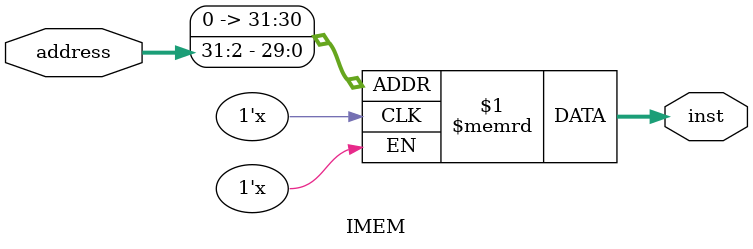
<source format=v>
module IMEM (
    address,
    inst
);
    input[31:0] address;
    output[31:0] inst;
    reg[31:0] mem[0:1023];
    
    assign inst = mem[address >> 2];

endmodule

</source>
